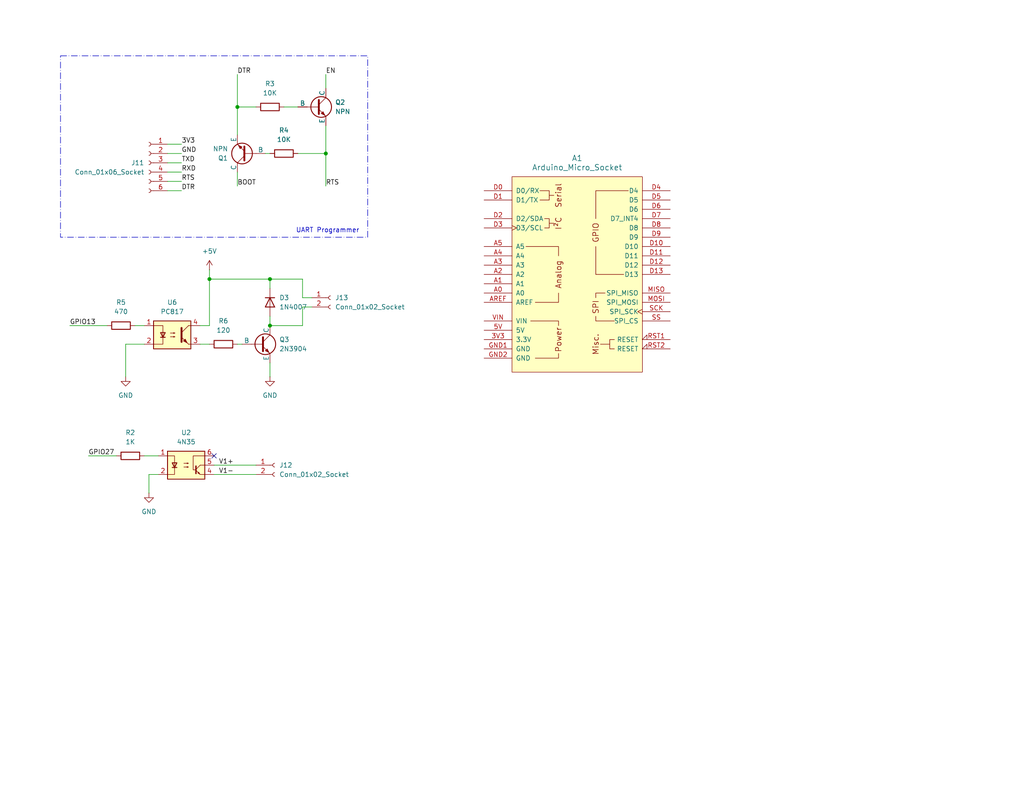
<source format=kicad_sch>
(kicad_sch (version 20231120) (generator "eeschema") (generator_version "8.0")
  (paper "USLetter")
  (title_block (title "ESP32 Sensor Node") (date "2024-07-03") (rev "v2.0"))
  (lib_symbols
    (symbol "+5V_2" (power) (pin_numbers hide) (pin_names (offset 0) hide)
      (property "Value" "+5V" (at 0 3.556 0))
      (symbol "+5V_2_0_1"
        (polyline (pts (xy -0.762 1.27) (xy 0 2.54)))
        (polyline (pts (xy 0 0) (xy 0 2.54)))
        (polyline (pts (xy 0 2.54) (xy 0.762 1.27)))
      )
      (symbol "+5V_2_1_1"
        (pin power_in line (at 0 0 90) (length 0) (name "~") (number "1"))
      )
    )
    (symbol "Connector:Conn_01x02_Socket" (pin_names (offset 1.016) hide)
      (property "Reference" "J" (at 0 2.54 0))
      (property "Value" "Conn_01x02_Socket" (at 0 -5.08 0))
      (symbol "Conn_01x02_Socket_1_1"
        (arc (start 0 -2.032) (mid -0.5058 -2.54) (end 0 -3.048) (stroke (width 0.1524)))
        (polyline (pts (xy -1.27 -2.54) (xy -0.508 -2.54)) (stroke (width 0.1524)))
        (polyline (pts (xy -1.27 0) (xy -0.508 0)) (stroke (width 0.1524)))
        (arc (start 0 0.508) (mid -0.5058 0) (end 0 -0.508) (stroke (width 0.1524)))
        (pin passive line (at -5.08 0 0) (length 3.81) (name "Pin_1") (number "1"))
        (pin passive line (at -5.08 -2.54 0) (length 3.81) (name "Pin_2") (number "2"))
      )
    )
    (symbol "Connector:Conn_01x06_Socket" (pin_names (offset 1.016) hide)
      (property "Reference" "J" (at 0 7.62 0))
      (property "Value" "Conn_01x06_Socket" (at 0 -10.16 0))
      (symbol "Conn_01x06_Socket_1_1"
        (arc (start 0 -7.112) (mid -0.5058 -7.62) (end 0 -8.128) (stroke (width 0.1524)))
        (arc (start 0 -4.572) (mid -0.5058 -5.08) (end 0 -5.588) (stroke (width 0.1524)))
        (arc (start 0 -2.032) (mid -0.5058 -2.54) (end 0 -3.048) (stroke (width 0.1524)))
        (polyline (pts (xy -1.27 -7.62) (xy -0.508 -7.62)) (stroke (width 0.1524)))
        (polyline (pts (xy -1.27 -5.08) (xy -0.508 -5.08)) (stroke (width 0.1524)))
        (polyline (pts (xy -1.27 -2.54) (xy -0.508 -2.54)) (stroke (width 0.1524)))
        (polyline (pts (xy -1.27 0) (xy -0.508 0)) (stroke (width 0.1524)))
        (polyline (pts (xy -1.27 2.54) (xy -0.508 2.54)) (stroke (width 0.1524)))
        (polyline (pts (xy -1.27 5.08) (xy -0.508 5.08)) (stroke (width 0.1524)))
        (arc (start 0 0.508) (mid -0.5058 0) (end 0 -0.508) (stroke (width 0.1524)))
        (arc (start 0 3.048) (mid -0.5058 2.54) (end 0 2.032) (stroke (width 0.1524)))
        (arc (start 0 5.588) (mid -0.5058 5.08) (end 0 4.572) (stroke (width 0.1524)))
        (pin passive line (at -5.08 5.08 0) (length 3.81) (name "Pin_1") (number "1"))
        (pin passive line (at -5.08 2.54 0) (length 3.81) (name "Pin_2") (number "2"))
        (pin passive line (at -5.08 0 0) (length 3.81) (name "Pin_3") (number "3"))
        (pin passive line (at -5.08 -2.54 0) (length 3.81) (name "Pin_4") (number "4"))
        (pin passive line (at -5.08 -5.08 0) (length 3.81) (name "Pin_5") (number "5"))
        (pin passive line (at -5.08 -7.62 0) (length 3.81) (name "Pin_6") (number "6"))
      )
    )
    (symbol "Device:D" (pin_numbers hide) (pin_names (offset 1.016) hide)
      (property "Reference" "D" (at 0 2.54 0))
      (property "Value" "D" (at 0 -2.54 0))
      (symbol "D_0_1"
        (polyline (pts (xy -1.27 1.27) (xy -1.27 -1.27)) (stroke (width 0.254)))
        (polyline (pts (xy 1.27 0) (xy -1.27 0)))
        (polyline (pts (xy 1.27 1.27) (xy 1.27 -1.27) (xy -1.27 0) (xy 1.27 1.27)) (stroke (width 0.254)))
      )
      (symbol "D_1_1"
        (pin passive line (at -3.81 0 0) (length 2.54) (name "K") (number "1"))
        (pin passive line (at 3.81 0 180) (length 2.54) (name "A") (number "2"))
      )
    )
    (symbol "Device:R" (pin_numbers hide) (pin_names (offset 0))
      (property "Reference" "R" (at 2.032 0 90))
      (property "Value" "R" (at 0 0 90))
      (symbol "R_0_1"
        (rectangle (start -1.016 -2.54) (end 1.016 2.54) (stroke (width 0.254)))
      )
      (symbol "R_1_1"
        (pin passive line (at 0 3.81 270) (length 1.27) (name "~") (number "1"))
        (pin passive line (at 0 -3.81 90) (length 1.27) (name "~") (number "2"))
      )
    )
    (symbol "GND_2" (power) (pin_numbers hide) (pin_names (offset 0) hide)
      (property "Value" "GND" (at 0 -3.81 0))
      (symbol "GND_2_0_1"
        (polyline (pts (xy 0 0) (xy 0 -1.27) (xy 1.27 -1.27) (xy 0 -2.54) (xy -1.27 -1.27) (xy 0 -1.27)))
      )
      (symbol "GND_2_1_1"
        (pin power_in line (at 0 0 270) (length 0) (name "~") (number "1"))
      )
    )
    (symbol "GND_5" (power) (pin_numbers hide) (pin_names (offset 0) hide)
      (property "Value" "GND" (at 0 -3.81 0))
      (symbol "GND_5_0_1"
        (polyline (pts (xy 0 0) (xy 0 -1.27) (xy 1.27 -1.27) (xy 0 -2.54) (xy -1.27 -1.27) (xy 0 -1.27)))
      )
      (symbol "GND_5_1_1"
        (pin power_in line (at 0 0 270) (length 0) (name "~") (number "1"))
      )
    )
    (symbol "GND_6" (power) (pin_numbers hide) (pin_names (offset 0) hide)
      (property "Value" "GND" (at 0 -3.81 0))
      (symbol "GND_6_0_1"
        (polyline (pts (xy 0 0) (xy 0 -1.27) (xy 1.27 -1.27) (xy 0 -2.54) (xy -1.27 -1.27) (xy 0 -1.27)))
      )
      (symbol "GND_6_1_1"
        (pin power_in line (at 0 0 270) (length 0) (name "~") (number "1"))
      )
    )
    (symbol "Isolator:4N35" (pin_names (offset 1.016))
      (property "Reference" "U" (at -5.08 5.08 0))
      (property "Value" "4N35" (at 0 5.08 0))
      (symbol "4N35_0_1"
        (rectangle (start -5.08 3.81) (end 5.08 -3.81) (stroke (width 0.254)) (fill (type background)))
        (polyline (pts (xy -3.81 -0.635) (xy -2.54 -0.635)) (stroke (width 0.254)))
        (polyline (pts (xy 2.667 -1.397) (xy 3.81 -2.54)))
        (polyline (pts (xy 2.667 -1.143) (xy 3.81 0)))
        (polyline (pts (xy 3.81 -2.54) (xy 5.08 -2.54)))
        (polyline (pts (xy 3.81 0) (xy 5.08 0)))
        (polyline (pts (xy 2.667 -0.254) (xy 2.667 -2.286) (xy 2.667 -2.286)) (stroke (width 0.3556)))
        (polyline (pts (xy -5.08 -2.54) (xy -3.175 -2.54) (xy -3.175 2.54) (xy -5.08 2.54)))
        (polyline (pts (xy -3.175 -0.635) (xy -3.81 0.635) (xy -2.54 0.635) (xy -3.175 -0.635)) (stroke (width 0.254)))
        (polyline (pts (xy 3.683 -2.413) (xy 3.429 -1.905) (xy 3.175 -2.159) (xy 3.683 -2.413)))
        (polyline (pts (xy 5.08 2.54) (xy 1.905 2.54) (xy 1.905 -1.27) (xy 2.54 -1.27)))
        (polyline (pts (xy -0.635 -0.508) (xy 0.635 -0.508) (xy 0.254 -0.635) (xy 0.254 -0.381) (xy 0.635 -0.508)))
        (polyline (pts (xy -0.635 0.508) (xy 0.635 0.508) (xy 0.254 0.381) (xy 0.254 0.635) (xy 0.635 0.508)))
      )
      (symbol "4N35_1_1"
        (pin passive line (at -7.62 2.54 0) (length 2.54) (name "~") (number "1"))
        (pin passive line (at -7.62 -2.54 0) (length 2.54) (name "~") (number "2"))
        (pin no_connect line (at -5.08 0 0) (length 2.54) hide (name "NC") (number "3"))
        (pin passive line (at 7.62 -2.54 180) (length 2.54) (name "~") (number "4"))
        (pin passive line (at 7.62 0 180) (length 2.54) (name "~") (number "5"))
        (pin passive line (at 7.62 2.54 180) (length 2.54) (name "~") (number "6"))
      )
    )
    (symbol "Isolator:PC817" (pin_names (offset 1.016))
      (property "Reference" "U" (at -5.08 5.08 0))
      (property "Value" "PC817" (at 0 5.08 0))
      (symbol "PC817_0_1"
        (rectangle (start -5.08 3.81) (end 5.08 -3.81) (stroke (width 0.254)) (fill (type background)))
        (polyline (pts (xy -3.175 -0.635) (xy -1.905 -0.635)) (stroke (width 0.254)))
        (polyline (pts (xy 2.54 0.635) (xy 4.445 2.54)))
        (polyline (pts (xy 4.445 -2.54) (xy 2.54 -0.635)) (fill (type outline)))
        (polyline (pts (xy 4.445 -2.54) (xy 5.08 -2.54)))
        (polyline (pts (xy 4.445 2.54) (xy 5.08 2.54)))
        (polyline (pts (xy -5.08 2.54) (xy -2.54 2.54) (xy -2.54 -0.635)))
        (polyline (pts (xy -2.54 -0.635) (xy -2.54 -2.54) (xy -5.08 -2.54)))
        (polyline (pts (xy 2.54 1.905) (xy 2.54 -1.905) (xy 2.54 -1.905)) (stroke (width 0.508)))
        (polyline (pts (xy -2.54 -0.635) (xy -3.175 0.635) (xy -1.905 0.635) (xy -2.54 -0.635)) (stroke (width 0.254)))
        (polyline (pts (xy -0.508 -0.508) (xy 0.762 -0.508) (xy 0.381 -0.635) (xy 0.381 -0.381) (xy 0.762 -0.508)))
        (polyline (pts (xy -0.508 0.508) (xy 0.762 0.508) (xy 0.381 0.381) (xy 0.381 0.635) (xy 0.762 0.508)))
        (polyline (pts (xy 3.048 -1.651) (xy 3.556 -1.143) (xy 4.064 -2.159) (xy 3.048 -1.651) (xy 3.048 -1.651)) (fill (type outline)))
      )
      (symbol "PC817_1_1"
        (pin passive line (at -7.62 2.54 0) (length 2.54) (name "~") (number "1"))
        (pin passive line (at -7.62 -2.54 0) (length 2.54) (name "~") (number "2"))
        (pin passive line (at 7.62 -2.54 180) (length 2.54) (name "~") (number "3"))
        (pin passive line (at 7.62 2.54 180) (length 2.54) (name "~") (number "4"))
      )
    )
    (symbol "PCM_arduino-library:Arduino_Micro_Socket" (pin_names (offset 1.016))
      (property "Reference" "A" (at 0 33.02 0))
      (property "Value" "Arduino_Micro_Socket" (at 0 29.21 0))
      (symbol "Arduino_Micro_Socket_0_0"
        (rectangle (start -17.78 26.67) (end 17.78 -26.67) (fill (type background)))
        (polyline (pts (xy -7.62 13.97) (xy -6.35 13.97)))
        (polyline (pts (xy -7.62 21.59) (xy -6.35 21.59)))
        (polyline (pts (xy 8.89 -19.05) (xy 6.35 -19.05)))
        (polyline (pts (xy -11.43 -22.86) (xy -5.08 -22.86) (xy -5.08 -21.59)))
        (polyline (pts (xy -5.08 -13.97) (xy -5.08 -12.7) (xy -12.7 -12.7)))
        (polyline (pts (xy -5.08 -5.08) (xy -5.08 -7.62) (xy -11.43 -7.62)))
        (polyline (pts (xy -5.08 5.08) (xy -5.08 7.62) (xy -13.97 7.62)))
        (polyline (pts (xy 5.08 -11.43) (xy 5.08 -12.7) (xy 10.16 -12.7)))
        (polyline (pts (xy 5.08 7.62) (xy 5.08 0) (xy 12.7 0)))
        (polyline (pts (xy 7.62 -5.08) (xy 5.08 -5.08) (xy 5.08 -6.35)))
        (polyline (pts (xy 13.97 22.86) (xy 5.08 22.86) (xy 5.08 15.24)))
        (polyline (pts (xy -10.16 22.86) (xy -7.62 22.86) (xy -7.62 20.32) (xy -10.16 20.32)))
        (polyline (pts (xy -8.89 15.24) (xy -7.62 15.24) (xy -7.62 12.7) (xy -8.89 12.7)))
        (text "Analog" (at -5.08 0 900) (effects (font (size 1.524 1.524))))
        (text "I²C" (at -5.08 13.97 900) (effects (font (size 1.524 1.524))))
        (text "Misc." (at 5.08 -19.05 900) (effects (font (size 1.524 1.524))))
        (text "Power" (at -5.08 -17.78 900) (effects (font (size 1.524 1.524))))
        (text "Serial" (at -5.08 21.59 900) (effects (font (size 1.524 1.524))))
        (text "SPI" (at 5.08 -8.89 900) (effects (font (size 1.524 1.524))))
      )
      (symbol "Arduino_Micro_Socket_0_1"
        (polyline (pts (xy 10.16 -17.78) (xy 8.89 -17.78) (xy 8.89 -20.32) (xy 10.16 -20.32)))
      )
      (symbol "Arduino_Micro_Socket_1_0"
        (text "GPIO" (at 5.08 11.43 900) (effects (font (size 1.524 1.524))))
      )
      (symbol "Arduino_Micro_Socket_1_1"
        (pin power_out line (at -25.4 -17.78 0) (length 7.62) (name "3.3V") (number "3V3"))
        (pin power_in line (at -25.4 -15.24 0) (length 7.62) (name "5V") (number "5V"))
        (pin bidirectional line (at -25.4 -5.08 0) (length 7.62) (name "A0") (number "A0"))
        (pin bidirectional line (at -25.4 -2.54 0) (length 7.62) (name "A1") (number "A1"))
        (pin bidirectional line (at -25.4 0 0) (length 7.62) (name "A2") (number "A2"))
        (pin bidirectional line (at -25.4 2.54 0) (length 7.62) (name "A3") (number "A3"))
        (pin bidirectional line (at -25.4 5.08 0) (length 7.62) (name "A4") (number "A4"))
        (pin bidirectional line (at -25.4 7.62 0) (length 7.62) (name "A5") (number "A5"))
        (pin input line (at -25.4 -7.62 0) (length 7.62) (name "AREF") (number "AREF"))
        (pin bidirectional line (at -25.4 22.86 0) (length 7.62) (name "D0/RX") (number "D0"))
        (pin bidirectional line (at -25.4 20.32 0) (length 7.62) (name "D1/TX") (number "D1"))
        (pin bidirectional line (at 25.4 7.62 180) (length 7.62) (name "D10") (number "D10"))
        (pin bidirectional line (at 25.4 5.08 180) (length 7.62) (name "D11") (number "D11"))
        (pin bidirectional line (at 25.4 2.54 180) (length 7.62) (name "D12") (number "D12"))
        (pin bidirectional line (at 25.4 0 180) (length 7.62) (name "D13") (number "D13"))
        (pin bidirectional line (at -25.4 15.24 0) (length 7.62) (name "D2/SDA") (number "D2"))
        (pin bidirectional clock (at -25.4 12.7 0) (length 7.62) (name "D3/SCL") (number "D3"))
        (pin bidirectional line (at 25.4 22.86 180) (length 7.62) (name "D4") (number "D4"))
        (pin bidirectional line (at 25.4 20.32 180) (length 7.62) (name "D5") (number "D5"))
        (pin bidirectional line (at 25.4 17.78 180) (length 7.62) (name "D6") (number "D6"))
        (pin bidirectional line (at 25.4 15.24 180) (length 7.62) (name "D7_INT4") (number "D7"))
        (pin bidirectional line (at 25.4 12.7 180) (length 7.62) (name "D8") (number "D8"))
        (pin bidirectional line (at 25.4 10.16 180) (length 7.62) (name "D9") (number "D9"))
        (pin power_in line (at -25.4 -20.32 0) (length 7.62) (name "GND") (number "GND1"))
        (pin power_in line (at -25.4 -22.86 0) (length 7.62) (name "GND") (number "GND2"))
        (pin input line (at 25.4 -5.08 180) (length 7.62) (name "SPI_MISO") (number "MISO"))
        (pin output line (at 25.4 -7.62 180) (length 7.62) (name "SPI_MOSI") (number "MOSI"))
        (pin open_collector input_low (at 25.4 -17.78 180) (length 7.62) (name "RESET") (number "RST1"))
        (pin open_collector input_low (at 25.4 -20.32 180) (length 7.62) (name "RESET") (number "RST2"))
        (pin output clock (at 25.4 -10.16 180) (length 7.62) (name "SPI_SCK") (number "SCK"))
        (pin bidirectional line (at 25.4 -12.7 180) (length 7.62) (name "SPI_CS") (number "SS"))
        (pin power_in line (at -25.4 -12.7 0) (length 7.62) (name "VIN") (number "VIN"))
      )
    )
    (symbol "Simulation_SPICE:NPN" (pin_numbers hide) (pin_names (offset 0))
      (property "Reference" "Q" (at -2.54 7.62 0))
      (property "Value" "NPN" (at -2.54 5.08 0))
      (symbol "NPN_0_1"
        (polyline (pts (xy -2.54 0) (xy 0.635 0)) (stroke (width 0.1524)))
        (polyline (pts (xy 0.635 0.635) (xy 2.54 2.54)))
        (polyline (pts (xy 2.794 -1.27) (xy 2.794 -1.27)) (stroke (width 0.1524)))
        (polyline (pts (xy 2.794 -1.27) (xy 2.794 -1.27)) (stroke (width 0.1524)))
        (polyline (pts (xy 0.635 -0.635) (xy 2.54 -2.54) (xy 2.54 -2.54)))
        (polyline (pts (xy 0.635 1.905) (xy 0.635 -1.905) (xy 0.635 -1.905)) (stroke (width 0.508)))
        (polyline (pts (xy 1.27 -1.778) (xy 1.778 -1.27) (xy 2.286 -2.286) (xy 1.27 -1.778) (xy 1.27 -1.778)) (fill (type outline)))
        (circle (center 1.27 0) (radius 2.8194) (stroke (width 0.254)))
      )
      (symbol "NPN_1_1"
        (pin open_collector line (at 2.54 5.08 270) (length 2.54) (name "C") (number "1"))
        (pin input line (at -5.08 0 0) (length 2.54) (name "B") (number "2"))
        (pin open_emitter line (at 2.54 -5.08 90) (length 2.54) (name "E") (number "3"))
      )
    )
  )
  (junction (at 64.77 29.21))
  (junction (at 73.66 88.9))
  (junction (at 73.66 76.2))
  (junction (at 57.15 76.2))
  (junction (at 88.9 41.91))
  (no_connect (at 58.42 124.46))
  (wire (pts (xy 73.66 76.2) (xy 82.55 76.2)))
  (wire (pts (xy 24.13 124.46) (xy 31.75 124.46)))
  (wire (pts (xy 64.77 29.21) (xy 69.85 29.21)))
  (wire (pts (xy 88.9 34.29) (xy 88.9 41.91)))
  (wire (pts (xy 19.05 88.9) (xy 29.21 88.9)))
  (wire (pts (xy 57.15 73.66) (xy 57.15 76.2)))
  (wire (pts (xy 36.83 88.9) (xy 39.37 88.9)))
  (wire (pts (xy 40.64 134.62) (xy 40.64 129.54)))
  (wire (pts (xy 73.66 99.06) (xy 73.66 102.87)))
  (wire (pts (xy 58.42 129.54) (xy 69.85 129.54)))
  (wire (pts (xy 73.66 86.36) (xy 73.66 88.9)))
  (wire (pts (xy 45.72 52.07) (xy 49.53 52.07)))
  (wire (pts (xy 45.72 41.91) (xy 49.53 41.91)))
  (wire (pts (xy 73.66 78.74) (xy 73.66 76.2)))
  (wire (pts (xy 82.55 88.9) (xy 73.66 88.9)))
  (wire (pts (xy 64.77 46.99) (xy 64.77 50.8)))
  (wire (pts (xy 82.55 76.2) (xy 82.55 81.28)))
  (wire (pts (xy 54.61 93.98) (xy 57.15 93.98)))
  (wire (pts (xy 72.39 41.91) (xy 73.66 41.91)))
  (wire (pts (xy 85.09 83.82) (xy 82.55 83.82)))
  (wire (pts (xy 82.55 83.82) (xy 82.55 88.9)))
  (wire (pts (xy 39.37 124.46) (xy 43.18 124.46)))
  (wire (pts (xy 34.29 102.87) (xy 34.29 93.98)))
  (wire (pts (xy 77.47 29.21) (xy 81.28 29.21)))
  (wire (pts (xy 45.72 46.99) (xy 49.53 46.99)))
  (wire (pts (xy 64.77 20.32) (xy 64.77 29.21)))
  (wire (pts (xy 57.15 88.9) (xy 54.61 88.9)))
  (wire (pts (xy 45.72 39.37) (xy 49.53 39.37)))
  (wire (pts (xy 45.72 49.53) (xy 49.53 49.53)))
  (wire (pts (xy 58.42 127) (xy 69.85 127)))
  (wire (pts (xy 88.9 41.91) (xy 81.28 41.91)))
  (wire (pts (xy 73.66 76.2) (xy 57.15 76.2)))
  (wire (pts (xy 88.9 41.91) (xy 88.9 50.8)))
  (wire (pts (xy 40.64 129.54) (xy 43.18 129.54)))
  (wire (pts (xy 57.15 76.2) (xy 57.15 88.9)))
  (wire (pts (xy 34.29 93.98) (xy 39.37 93.98)))
  (wire (pts (xy 64.77 29.21) (xy 64.77 36.83)))
  (wire (pts (xy 88.9 20.32) (xy 88.9 24.13)))
  (wire (pts (xy 64.77 93.98) (xy 66.04 93.98)))
  (wire (pts (xy 45.72 44.45) (xy 49.53 44.45)))
  (wire (pts (xy 82.55 81.28) (xy 85.09 81.28)))
  (rectangle (start 16.51 15.24) (end 100.33 64.77) (stroke (width 0) (type dash_dot)))
  (text "UART Programmer" (at 89.408 62.992 0) (effects (font (size 1.27 1.27))))
  (label "DTR" (at 49.53 52.07 0))
  (label "RXD" (at 49.53 46.99 0))
  (label "RTS" (at 49.53 49.53 0))
  (label "V1+" (at 59.69 127 0))
  (label "V1-" (at 59.69 129.54 0))
  (label "TXD" (at 49.53 44.45 0))
  (label "DTR" (at 64.77 20.32 0))
  (label "GND" (at 49.53 41.91 0))
  (label "EN" (at 88.9 20.32 0))
  (label "GPIO27" (at 24.13 124.46 0))
  (label "3V3" (at 49.53 39.37 0))
  (label "BOOT" (at 64.77 50.8 0))
  (label "GPIO13" (at 19.05 88.9 0))
  (label "RTS" (at 88.9 50.8 0))
  (symbol (lib_id "Isolator:PC817") (at 46.99 91.44 0) (unit 1) (on_board no)
    (property "Reference" "U6" (at 46.99 82.55 0))
    (property "Value" "PC817" (at 46.99 85.09 0))
    (property "Footprint" "Package_DIP:DIP-4_W7.62mm" (effects (hide yes)))
    (property "Datasheet" "http://www.soselectronic.cz/a_info/resource/d/pc817.pdf" (effects (hide yes)))
    (property "Description" "DC Optocoupler, Vce 35V, CTR 50-300%, DIP-4" (effects (hide yes)))
  )
  (symbol (lib_id "Device:R") (at 33.02 88.9 270) (unit 1) (on_board no)
    (property "Reference" "R5" (at 33.02 82.55 90))
    (property "Value" "470" (at 33.02 85.09 90))
    (property "Footprint" "Resistor_SMD:R_1206_3216Metric_Pad1.30x1.75mm_HandSolder" (effects (hide yes)))
    (property "Description" "Resistor" (effects (hide yes)))
  )
  (symbol (lib_id "Simulation_SPICE:NPN") (at 71.12 93.98 0) (unit 1) (on_board no)
    (property "Reference" "Q3" (at 76.2 92.7099 0) (effects (justify left)))
    (property "Value" "2N3904" (at 76.2 95.2499 0) (effects (justify left)))
    (property "Footprint" "Package_TO_SOT_THT:TO-92" (effects (hide yes)))
    (property "Datasheet" "https://ngspice.sourceforge.io/docs/ngspice-html-manual/manual.xhtml#cha_BJTs" (effects (hide yes)))
    (property "Description" "Bipolar transistor symbol for simulation only, substrate tied to the emitter" (effects (hide yes)))
    (property "Sim.Device" "NPN" (effects (hide yes)))
    (property "Sim.Type" "GUMMELPOON" (effects (hide yes)))
    (property "Sim.Pins" "1=C 2=B 3=E" (effects (hide yes)))
  )
  (symbol (lib_name "GND_5") (lib_id "power:GND") (at 73.66 102.87 0) (unit 1)
    (property "Reference" "#PWR020" (effects (hide yes)))
    (property "Value" "GND" (at 73.66 107.95 0))
    (property "Description" "Power symbol creates a global label with name \"GND\" , ground" (effects (hide yes)))
  )
  (symbol (lib_id "Device:R") (at 73.66 29.21 270) (unit 1) (on_board no)
    (property "Reference" "R3" (at 73.66 22.86 90))
    (property "Value" "10K" (at 73.66 25.4 90))
    (property "Footprint" "Resistor_SMD:R_1210_3225Metric_Pad1.30x2.65mm_HandSolder" (effects (hide yes)))
    (property "Description" "Resistor" (effects (hide yes)))
  )
  (symbol (lib_id "Connector:Conn_01x06_Socket") (at 40.64 44.45 0) (mirror y) (unit 1) (on_board no)
    (property "Reference" "J11" (at 39.37 44.4499 0) (effects (justify left)))
    (property "Value" "Conn_01x06_Socket" (at 39.37 46.9899 0) (effects (justify left)))
    (property "Footprint" "Connector_PinSocket_2.54mm:PinSocket_1x06_P2.54mm_Vertical" (effects (hide yes)))
    (property "Description" "Generic connector, single row, 01x06, script generated" (effects (hide yes)))
  )
  (symbol (lib_id "Simulation_SPICE:NPN") (at 86.36 29.21 0) (unit 1) (on_board no)
    (property "Reference" "Q2" (at 91.44 27.9399 0) (effects (justify left)))
    (property "Value" "NPN" (at 91.44 30.4799 0) (effects (justify left)))
    (property "Footprint" "Package_TO_SOT_THT:TO-92_Inline_W4.0mm_Horizontal_FlatSideDown" (effects (hide yes)))
    (property "Datasheet" "https://ngspice.sourceforge.io/docs/ngspice-html-manual/manual.xhtml#cha_BJTs" (effects (hide yes)))
    (property "Description" "Bipolar transistor symbol for simulation only, substrate tied to the emitter" (effects (hide yes)))
    (property "Sim.Device" "NPN" (effects (hide yes)))
    (property "Sim.Type" "GUMMELPOON" (effects (hide yes)))
    (property "Sim.Pins" "1=C 2=B 3=E" (effects (hide yes)))
  )
  (symbol (lib_id "Device:R") (at 60.96 93.98 270) (unit 1) (on_board no)
    (property "Reference" "R6" (at 60.96 87.63 90))
    (property "Value" "120" (at 60.96 90.17 90))
    (property "Footprint" "Resistor_SMD:R_1206_3216Metric_Pad1.30x1.75mm_HandSolder" (effects (hide yes)))
    (property "Description" "Resistor" (effects (hide yes)))
  )
  (symbol (lib_id "Device:R") (at 35.56 124.46 90) (unit 1) (on_board no)
    (property "Reference" "R2" (at 35.56 118.11 90))
    (property "Value" "1K" (at 35.56 120.65 90))
    (property "Footprint" "Resistor_SMD:R_1210_3225Metric_Pad1.30x2.65mm_HandSolder" (effects (hide yes)))
  )
  (symbol (lib_id "Connector:Conn_01x02_Socket") (at 74.93 127 0) (unit 1) (on_board no)
    (property "Reference" "J12" (at 76.2 126.9999 0) (effects (justify left)))
    (property "Value" "Conn_01x02_Socket" (at 76.2 129.5399 0) (effects (justify left)))
    (property "Footprint" "Connector_PinSocket_2.54mm:PinSocket_1x02_P2.54mm_Vertical" (effects (hide yes)))
    (property "Description" "Generic connector, single row, 01x02, script generated" (effects (hide yes)))
  )
  (symbol (lib_name "GND_2") (lib_id "power:GND") (at 40.64 134.62 0) (unit 1)
    (property "Reference" "#PWR011" (effects (hide yes)))
    (property "Value" "GND" (at 40.64 139.7 0))
    (property "Description" "Power symbol creates a global label with name \"GND\" , ground" (effects (hide yes)))
  )
  (symbol (lib_name "GND_6") (lib_id "power:GND") (at 34.29 102.87 0) (unit 1)
    (property "Reference" "#PWR018" (effects (hide yes)))
    (property "Value" "GND" (at 34.29 107.95 0))
    (property "Description" "Power symbol creates a global label with name \"GND\" , ground" (effects (hide yes)))
  )
  (symbol (lib_id "Device:D") (at 73.66 82.55 270) (unit 1) (on_board no)
    (property "Reference" "D3" (at 76.2 81.2799 90) (effects (justify left)))
    (property "Value" "1N4007" (at 76.2 83.8199 90) (effects (justify left)))
    (property "Description" "Diode" (effects (hide yes)))
    (property "Sim.Device" "D" (effects (hide yes)))
    (property "Sim.Pins" "1=K 2=A" (effects (hide yes)))
  )
  (symbol (lib_id "Connector:Conn_01x02_Socket") (at 90.17 81.28 0) (unit 1) (on_board no)
    (property "Reference" "J13" (at 91.44 81.2799 0) (effects (justify left)))
    (property "Value" "Conn_01x02_Socket" (at 91.44 83.8199 0) (effects (justify left)))
    (property "Footprint" "Connector_PinSocket_2.54mm:PinSocket_1x02_P2.54mm_Vertical" (effects (hide yes)))
    (property "Description" "Generic connector, single row, 01x02, script generated" (effects (hide yes)))
  )
  (symbol (lib_id "Simulation_SPICE:NPN") (at 67.31 41.91 180) (unit 1) (on_board no)
    (property "Reference" "Q1" (at 62.23 43.1801 0) (effects (justify left)))
    (property "Value" "NPN" (at 62.23 40.6401 0) (effects (justify left)))
    (property "Footprint" "Package_TO_SOT_THT:TO-92_Inline_W4.0mm_Horizontal_FlatSideDown" (effects (hide yes)))
    (property "Datasheet" "https://ngspice.sourceforge.io/docs/ngspice-html-manual/manual.xhtml#cha_BJTs" (effects (hide yes)))
    (property "Description" "Bipolar transistor symbol for simulation only, substrate tied to the emitter" (effects (hide yes)))
    (property "Sim.Device" "NPN" (effects (hide yes)))
    (property "Sim.Type" "GUMMELPOON" (effects (hide yes)))
    (property "Sim.Pins" "1=C 2=B 3=E" (effects (hide yes)))
  )
  (symbol (lib_id "PCM_arduino-library:Arduino_Micro_Socket") (at 157.48 74.93 0) (unit 1) (on_board no)
    (property "Reference" "A1" (at 157.48 43.18 0) (effects (font (size 1.524 1.524))))
    (property "Value" "Arduino_Micro_Socket" (at 157.48 45.72 0) (effects (font (size 1.524 1.524))))
    (property "Footprint" "PCM_arduino-library:Arduino_Micro_Socket" (effects (hide yes)))
    (property "Datasheet" "https://docs.arduino.cc/hardware/micro" (effects (hide yes)))
    (property "Description" "Socket for Arduino Micro" (effects (hide yes)))
  )
  (symbol (lib_name "+5V_2") (lib_id "power:+5V") (at 57.15 73.66 0) (unit 1)
    (property "Reference" "#PWR019" (effects (hide yes)))
    (property "Value" "+5V" (at 57.15 68.58 0))
    (property "Description" "Power symbol creates a global label with name \"+5V\"" (effects (hide yes)))
  )
  (symbol (lib_id "Device:R") (at 77.47 41.91 270) (unit 1) (on_board no)
    (property "Reference" "R4" (at 77.47 35.56 90))
    (property "Value" "10K" (at 77.47 38.1 90))
    (property "Footprint" "Resistor_SMD:R_1210_3225Metric_Pad1.30x2.65mm_HandSolder" (effects (hide yes)))
    (property "Description" "Resistor" (effects (hide yes)))
  )
  (symbol (lib_id "Isolator:4N35") (at 50.8 127 0) (unit 1) (on_board no)
    (property "Reference" "U2" (at 50.8 118.11 0))
    (property "Value" "4N35" (at 50.8 120.65 0))
    (property "Footprint" "Package_DIP:DIP-6_W7.62mm" (effects (hide yes)))
    (property "Datasheet" "https://www.vishay.com/docs/81181/4n35.pdf" (effects (hide yes)))
    (property "Description" "Optocoupler, Phototransistor Output, with Base Connection, Vce 70V, CTR 100%, Viso 5000V, DIP6" (effects (hide yes)))
  )
)
</source>
